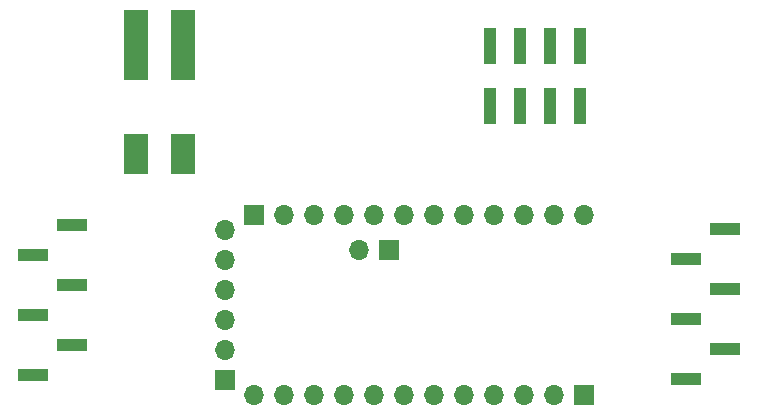
<source format=gtp>
%TF.GenerationSoftware,KiCad,Pcbnew,9.0.5-9.0.5~ubuntu24.04.1*%
%TF.CreationDate,2025-11-18T16:55:03+01:00*%
%TF.ProjectId,Nodo 2 MySensor,4e6f646f-2032-4204-9d79-53656e736f72,rev?*%
%TF.SameCoordinates,Original*%
%TF.FileFunction,Paste,Top*%
%TF.FilePolarity,Positive*%
%FSLAX46Y46*%
G04 Gerber Fmt 4.6, Leading zero omitted, Abs format (unit mm)*
G04 Created by KiCad (PCBNEW 9.0.5-9.0.5~ubuntu24.04.1) date 2025-11-18 16:55:03*
%MOMM*%
%LPD*%
G01*
G04 APERTURE LIST*
%ADD10R,2.000000X6.000000*%
%ADD11R,2.000000X3.500000*%
%ADD12R,1.700000X1.700000*%
%ADD13O,1.700000X1.700000*%
%ADD14R,2.510000X1.000000*%
%ADD15R,1.000000X3.150000*%
G04 APERTURE END LIST*
D10*
%TO.C,J8*%
X97830000Y-69097500D03*
D11*
X97830000Y-78347500D03*
D10*
X93830000Y-69097500D03*
D11*
X93830000Y-78347500D03*
%TD*%
D12*
%TO.C,J2*%
X115240000Y-86411000D03*
D13*
X112700000Y-86411000D03*
%TD*%
D14*
%TO.C,J5*%
X140380000Y-97360000D03*
X143690000Y-94820000D03*
X140380000Y-92280000D03*
X143690000Y-89740000D03*
X140380000Y-87200000D03*
X143690000Y-84660000D03*
%TD*%
%TO.C,J4*%
X85100000Y-97050000D03*
X88410000Y-94510000D03*
X85100000Y-91970000D03*
X88410000Y-89430000D03*
X85100000Y-86890000D03*
X88410000Y-84350000D03*
%TD*%
D12*
%TO.C,J1*%
X101327000Y-97460000D03*
D13*
X101327000Y-94920000D03*
X101327000Y-92380000D03*
X101327000Y-89840000D03*
X101327000Y-87300000D03*
X101327000Y-84760000D03*
%TD*%
D15*
%TO.C,U1*%
X123800000Y-74250000D03*
X123800000Y-69200000D03*
X126340000Y-74250000D03*
X126340000Y-69200000D03*
X128880000Y-74250000D03*
X128880000Y-69200000D03*
X131420000Y-74250000D03*
X131420000Y-69200000D03*
%TD*%
D12*
%TO.C,J7*%
X131750000Y-98730000D03*
D13*
X129210000Y-98730000D03*
X126670000Y-98730000D03*
X124130000Y-98730000D03*
X121590000Y-98730000D03*
X119050000Y-98730000D03*
X116510000Y-98730000D03*
X113970000Y-98730000D03*
X111430000Y-98730000D03*
X108890000Y-98730000D03*
X106350000Y-98730000D03*
X103810000Y-98730000D03*
%TD*%
D12*
%TO.C,J6*%
X103810000Y-83490000D03*
D13*
X106350000Y-83490000D03*
X108890000Y-83490000D03*
X111430000Y-83490000D03*
X113970000Y-83490000D03*
X116510000Y-83490000D03*
X119050000Y-83490000D03*
X121590000Y-83490000D03*
X124130000Y-83490000D03*
X126670000Y-83490000D03*
X129210000Y-83490000D03*
X131750000Y-83490000D03*
%TD*%
M02*

</source>
